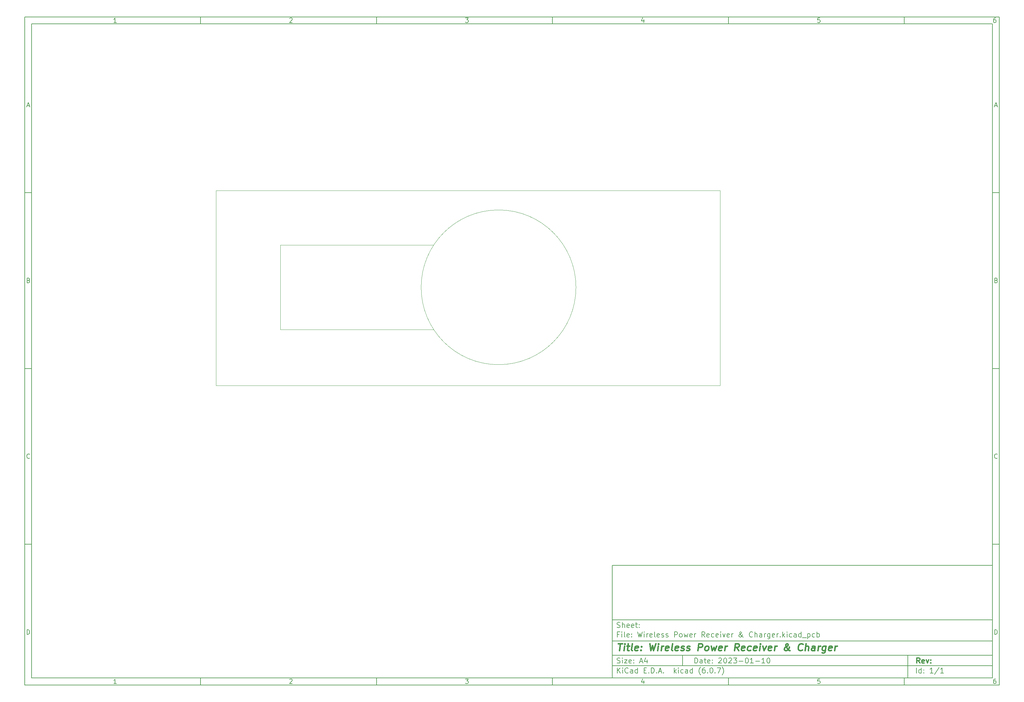
<source format=gbr>
%TF.GenerationSoftware,KiCad,Pcbnew,(6.0.7)*%
%TF.CreationDate,2023-01-12T19:29:26+03:00*%
%TF.ProjectId,Wireless Power Receiver & Charger,57697265-6c65-4737-9320-506f77657220,rev?*%
%TF.SameCoordinates,Original*%
%TF.FileFunction,Other,User*%
%FSLAX46Y46*%
G04 Gerber Fmt 4.6, Leading zero omitted, Abs format (unit mm)*
G04 Created by KiCad (PCBNEW (6.0.7)) date 2023-01-12 19:29:26*
%MOMM*%
%LPD*%
G01*
G04 APERTURE LIST*
%ADD10C,0.100000*%
%ADD11C,0.150000*%
%ADD12C,0.300000*%
%ADD13C,0.400000*%
%TA.AperFunction,Profile*%
%ADD14C,0.100000*%
%TD*%
%ADD15C,0.120000*%
G04 APERTURE END LIST*
D10*
D11*
X177002200Y-166007200D02*
X177002200Y-198007200D01*
X285002200Y-198007200D01*
X285002200Y-166007200D01*
X177002200Y-166007200D01*
D10*
D11*
X10000000Y-10000000D02*
X10000000Y-200007200D01*
X287002200Y-200007200D01*
X287002200Y-10000000D01*
X10000000Y-10000000D01*
D10*
D11*
X12000000Y-12000000D02*
X12000000Y-198007200D01*
X285002200Y-198007200D01*
X285002200Y-12000000D01*
X12000000Y-12000000D01*
D10*
D11*
X60000000Y-12000000D02*
X60000000Y-10000000D01*
D10*
D11*
X110000000Y-12000000D02*
X110000000Y-10000000D01*
D10*
D11*
X160000000Y-12000000D02*
X160000000Y-10000000D01*
D10*
D11*
X210000000Y-12000000D02*
X210000000Y-10000000D01*
D10*
D11*
X260000000Y-12000000D02*
X260000000Y-10000000D01*
D10*
D11*
X36065476Y-11588095D02*
X35322619Y-11588095D01*
X35694047Y-11588095D02*
X35694047Y-10288095D01*
X35570238Y-10473809D01*
X35446428Y-10597619D01*
X35322619Y-10659523D01*
D10*
D11*
X85322619Y-10411904D02*
X85384523Y-10350000D01*
X85508333Y-10288095D01*
X85817857Y-10288095D01*
X85941666Y-10350000D01*
X86003571Y-10411904D01*
X86065476Y-10535714D01*
X86065476Y-10659523D01*
X86003571Y-10845238D01*
X85260714Y-11588095D01*
X86065476Y-11588095D01*
D10*
D11*
X135260714Y-10288095D02*
X136065476Y-10288095D01*
X135632142Y-10783333D01*
X135817857Y-10783333D01*
X135941666Y-10845238D01*
X136003571Y-10907142D01*
X136065476Y-11030952D01*
X136065476Y-11340476D01*
X136003571Y-11464285D01*
X135941666Y-11526190D01*
X135817857Y-11588095D01*
X135446428Y-11588095D01*
X135322619Y-11526190D01*
X135260714Y-11464285D01*
D10*
D11*
X185941666Y-10721428D02*
X185941666Y-11588095D01*
X185632142Y-10226190D02*
X185322619Y-11154761D01*
X186127380Y-11154761D01*
D10*
D11*
X236003571Y-10288095D02*
X235384523Y-10288095D01*
X235322619Y-10907142D01*
X235384523Y-10845238D01*
X235508333Y-10783333D01*
X235817857Y-10783333D01*
X235941666Y-10845238D01*
X236003571Y-10907142D01*
X236065476Y-11030952D01*
X236065476Y-11340476D01*
X236003571Y-11464285D01*
X235941666Y-11526190D01*
X235817857Y-11588095D01*
X235508333Y-11588095D01*
X235384523Y-11526190D01*
X235322619Y-11464285D01*
D10*
D11*
X285941666Y-10288095D02*
X285694047Y-10288095D01*
X285570238Y-10350000D01*
X285508333Y-10411904D01*
X285384523Y-10597619D01*
X285322619Y-10845238D01*
X285322619Y-11340476D01*
X285384523Y-11464285D01*
X285446428Y-11526190D01*
X285570238Y-11588095D01*
X285817857Y-11588095D01*
X285941666Y-11526190D01*
X286003571Y-11464285D01*
X286065476Y-11340476D01*
X286065476Y-11030952D01*
X286003571Y-10907142D01*
X285941666Y-10845238D01*
X285817857Y-10783333D01*
X285570238Y-10783333D01*
X285446428Y-10845238D01*
X285384523Y-10907142D01*
X285322619Y-11030952D01*
D10*
D11*
X60000000Y-198007200D02*
X60000000Y-200007200D01*
D10*
D11*
X110000000Y-198007200D02*
X110000000Y-200007200D01*
D10*
D11*
X160000000Y-198007200D02*
X160000000Y-200007200D01*
D10*
D11*
X210000000Y-198007200D02*
X210000000Y-200007200D01*
D10*
D11*
X260000000Y-198007200D02*
X260000000Y-200007200D01*
D10*
D11*
X36065476Y-199595295D02*
X35322619Y-199595295D01*
X35694047Y-199595295D02*
X35694047Y-198295295D01*
X35570238Y-198481009D01*
X35446428Y-198604819D01*
X35322619Y-198666723D01*
D10*
D11*
X85322619Y-198419104D02*
X85384523Y-198357200D01*
X85508333Y-198295295D01*
X85817857Y-198295295D01*
X85941666Y-198357200D01*
X86003571Y-198419104D01*
X86065476Y-198542914D01*
X86065476Y-198666723D01*
X86003571Y-198852438D01*
X85260714Y-199595295D01*
X86065476Y-199595295D01*
D10*
D11*
X135260714Y-198295295D02*
X136065476Y-198295295D01*
X135632142Y-198790533D01*
X135817857Y-198790533D01*
X135941666Y-198852438D01*
X136003571Y-198914342D01*
X136065476Y-199038152D01*
X136065476Y-199347676D01*
X136003571Y-199471485D01*
X135941666Y-199533390D01*
X135817857Y-199595295D01*
X135446428Y-199595295D01*
X135322619Y-199533390D01*
X135260714Y-199471485D01*
D10*
D11*
X185941666Y-198728628D02*
X185941666Y-199595295D01*
X185632142Y-198233390D02*
X185322619Y-199161961D01*
X186127380Y-199161961D01*
D10*
D11*
X236003571Y-198295295D02*
X235384523Y-198295295D01*
X235322619Y-198914342D01*
X235384523Y-198852438D01*
X235508333Y-198790533D01*
X235817857Y-198790533D01*
X235941666Y-198852438D01*
X236003571Y-198914342D01*
X236065476Y-199038152D01*
X236065476Y-199347676D01*
X236003571Y-199471485D01*
X235941666Y-199533390D01*
X235817857Y-199595295D01*
X235508333Y-199595295D01*
X235384523Y-199533390D01*
X235322619Y-199471485D01*
D10*
D11*
X285941666Y-198295295D02*
X285694047Y-198295295D01*
X285570238Y-198357200D01*
X285508333Y-198419104D01*
X285384523Y-198604819D01*
X285322619Y-198852438D01*
X285322619Y-199347676D01*
X285384523Y-199471485D01*
X285446428Y-199533390D01*
X285570238Y-199595295D01*
X285817857Y-199595295D01*
X285941666Y-199533390D01*
X286003571Y-199471485D01*
X286065476Y-199347676D01*
X286065476Y-199038152D01*
X286003571Y-198914342D01*
X285941666Y-198852438D01*
X285817857Y-198790533D01*
X285570238Y-198790533D01*
X285446428Y-198852438D01*
X285384523Y-198914342D01*
X285322619Y-199038152D01*
D10*
D11*
X10000000Y-60000000D02*
X12000000Y-60000000D01*
D10*
D11*
X10000000Y-110000000D02*
X12000000Y-110000000D01*
D10*
D11*
X10000000Y-160000000D02*
X12000000Y-160000000D01*
D10*
D11*
X10690476Y-35216666D02*
X11309523Y-35216666D01*
X10566666Y-35588095D02*
X11000000Y-34288095D01*
X11433333Y-35588095D01*
D10*
D11*
X11092857Y-84907142D02*
X11278571Y-84969047D01*
X11340476Y-85030952D01*
X11402380Y-85154761D01*
X11402380Y-85340476D01*
X11340476Y-85464285D01*
X11278571Y-85526190D01*
X11154761Y-85588095D01*
X10659523Y-85588095D01*
X10659523Y-84288095D01*
X11092857Y-84288095D01*
X11216666Y-84350000D01*
X11278571Y-84411904D01*
X11340476Y-84535714D01*
X11340476Y-84659523D01*
X11278571Y-84783333D01*
X11216666Y-84845238D01*
X11092857Y-84907142D01*
X10659523Y-84907142D01*
D10*
D11*
X11402380Y-135464285D02*
X11340476Y-135526190D01*
X11154761Y-135588095D01*
X11030952Y-135588095D01*
X10845238Y-135526190D01*
X10721428Y-135402380D01*
X10659523Y-135278571D01*
X10597619Y-135030952D01*
X10597619Y-134845238D01*
X10659523Y-134597619D01*
X10721428Y-134473809D01*
X10845238Y-134350000D01*
X11030952Y-134288095D01*
X11154761Y-134288095D01*
X11340476Y-134350000D01*
X11402380Y-134411904D01*
D10*
D11*
X10659523Y-185588095D02*
X10659523Y-184288095D01*
X10969047Y-184288095D01*
X11154761Y-184350000D01*
X11278571Y-184473809D01*
X11340476Y-184597619D01*
X11402380Y-184845238D01*
X11402380Y-185030952D01*
X11340476Y-185278571D01*
X11278571Y-185402380D01*
X11154761Y-185526190D01*
X10969047Y-185588095D01*
X10659523Y-185588095D01*
D10*
D11*
X287002200Y-60000000D02*
X285002200Y-60000000D01*
D10*
D11*
X287002200Y-110000000D02*
X285002200Y-110000000D01*
D10*
D11*
X287002200Y-160000000D02*
X285002200Y-160000000D01*
D10*
D11*
X285692676Y-35216666D02*
X286311723Y-35216666D01*
X285568866Y-35588095D02*
X286002200Y-34288095D01*
X286435533Y-35588095D01*
D10*
D11*
X286095057Y-84907142D02*
X286280771Y-84969047D01*
X286342676Y-85030952D01*
X286404580Y-85154761D01*
X286404580Y-85340476D01*
X286342676Y-85464285D01*
X286280771Y-85526190D01*
X286156961Y-85588095D01*
X285661723Y-85588095D01*
X285661723Y-84288095D01*
X286095057Y-84288095D01*
X286218866Y-84350000D01*
X286280771Y-84411904D01*
X286342676Y-84535714D01*
X286342676Y-84659523D01*
X286280771Y-84783333D01*
X286218866Y-84845238D01*
X286095057Y-84907142D01*
X285661723Y-84907142D01*
D10*
D11*
X286404580Y-135464285D02*
X286342676Y-135526190D01*
X286156961Y-135588095D01*
X286033152Y-135588095D01*
X285847438Y-135526190D01*
X285723628Y-135402380D01*
X285661723Y-135278571D01*
X285599819Y-135030952D01*
X285599819Y-134845238D01*
X285661723Y-134597619D01*
X285723628Y-134473809D01*
X285847438Y-134350000D01*
X286033152Y-134288095D01*
X286156961Y-134288095D01*
X286342676Y-134350000D01*
X286404580Y-134411904D01*
D10*
D11*
X285661723Y-185588095D02*
X285661723Y-184288095D01*
X285971247Y-184288095D01*
X286156961Y-184350000D01*
X286280771Y-184473809D01*
X286342676Y-184597619D01*
X286404580Y-184845238D01*
X286404580Y-185030952D01*
X286342676Y-185278571D01*
X286280771Y-185402380D01*
X286156961Y-185526190D01*
X285971247Y-185588095D01*
X285661723Y-185588095D01*
D10*
D11*
X200434342Y-193785771D02*
X200434342Y-192285771D01*
X200791485Y-192285771D01*
X201005771Y-192357200D01*
X201148628Y-192500057D01*
X201220057Y-192642914D01*
X201291485Y-192928628D01*
X201291485Y-193142914D01*
X201220057Y-193428628D01*
X201148628Y-193571485D01*
X201005771Y-193714342D01*
X200791485Y-193785771D01*
X200434342Y-193785771D01*
X202577200Y-193785771D02*
X202577200Y-193000057D01*
X202505771Y-192857200D01*
X202362914Y-192785771D01*
X202077200Y-192785771D01*
X201934342Y-192857200D01*
X202577200Y-193714342D02*
X202434342Y-193785771D01*
X202077200Y-193785771D01*
X201934342Y-193714342D01*
X201862914Y-193571485D01*
X201862914Y-193428628D01*
X201934342Y-193285771D01*
X202077200Y-193214342D01*
X202434342Y-193214342D01*
X202577200Y-193142914D01*
X203077200Y-192785771D02*
X203648628Y-192785771D01*
X203291485Y-192285771D02*
X203291485Y-193571485D01*
X203362914Y-193714342D01*
X203505771Y-193785771D01*
X203648628Y-193785771D01*
X204720057Y-193714342D02*
X204577200Y-193785771D01*
X204291485Y-193785771D01*
X204148628Y-193714342D01*
X204077200Y-193571485D01*
X204077200Y-193000057D01*
X204148628Y-192857200D01*
X204291485Y-192785771D01*
X204577200Y-192785771D01*
X204720057Y-192857200D01*
X204791485Y-193000057D01*
X204791485Y-193142914D01*
X204077200Y-193285771D01*
X205434342Y-193642914D02*
X205505771Y-193714342D01*
X205434342Y-193785771D01*
X205362914Y-193714342D01*
X205434342Y-193642914D01*
X205434342Y-193785771D01*
X205434342Y-192857200D02*
X205505771Y-192928628D01*
X205434342Y-193000057D01*
X205362914Y-192928628D01*
X205434342Y-192857200D01*
X205434342Y-193000057D01*
X207220057Y-192428628D02*
X207291485Y-192357200D01*
X207434342Y-192285771D01*
X207791485Y-192285771D01*
X207934342Y-192357200D01*
X208005771Y-192428628D01*
X208077200Y-192571485D01*
X208077200Y-192714342D01*
X208005771Y-192928628D01*
X207148628Y-193785771D01*
X208077200Y-193785771D01*
X209005771Y-192285771D02*
X209148628Y-192285771D01*
X209291485Y-192357200D01*
X209362914Y-192428628D01*
X209434342Y-192571485D01*
X209505771Y-192857200D01*
X209505771Y-193214342D01*
X209434342Y-193500057D01*
X209362914Y-193642914D01*
X209291485Y-193714342D01*
X209148628Y-193785771D01*
X209005771Y-193785771D01*
X208862914Y-193714342D01*
X208791485Y-193642914D01*
X208720057Y-193500057D01*
X208648628Y-193214342D01*
X208648628Y-192857200D01*
X208720057Y-192571485D01*
X208791485Y-192428628D01*
X208862914Y-192357200D01*
X209005771Y-192285771D01*
X210077200Y-192428628D02*
X210148628Y-192357200D01*
X210291485Y-192285771D01*
X210648628Y-192285771D01*
X210791485Y-192357200D01*
X210862914Y-192428628D01*
X210934342Y-192571485D01*
X210934342Y-192714342D01*
X210862914Y-192928628D01*
X210005771Y-193785771D01*
X210934342Y-193785771D01*
X211434342Y-192285771D02*
X212362914Y-192285771D01*
X211862914Y-192857200D01*
X212077200Y-192857200D01*
X212220057Y-192928628D01*
X212291485Y-193000057D01*
X212362914Y-193142914D01*
X212362914Y-193500057D01*
X212291485Y-193642914D01*
X212220057Y-193714342D01*
X212077200Y-193785771D01*
X211648628Y-193785771D01*
X211505771Y-193714342D01*
X211434342Y-193642914D01*
X213005771Y-193214342D02*
X214148628Y-193214342D01*
X215148628Y-192285771D02*
X215291485Y-192285771D01*
X215434342Y-192357200D01*
X215505771Y-192428628D01*
X215577200Y-192571485D01*
X215648628Y-192857200D01*
X215648628Y-193214342D01*
X215577200Y-193500057D01*
X215505771Y-193642914D01*
X215434342Y-193714342D01*
X215291485Y-193785771D01*
X215148628Y-193785771D01*
X215005771Y-193714342D01*
X214934342Y-193642914D01*
X214862914Y-193500057D01*
X214791485Y-193214342D01*
X214791485Y-192857200D01*
X214862914Y-192571485D01*
X214934342Y-192428628D01*
X215005771Y-192357200D01*
X215148628Y-192285771D01*
X217077200Y-193785771D02*
X216220057Y-193785771D01*
X216648628Y-193785771D02*
X216648628Y-192285771D01*
X216505771Y-192500057D01*
X216362914Y-192642914D01*
X216220057Y-192714342D01*
X217720057Y-193214342D02*
X218862914Y-193214342D01*
X220362914Y-193785771D02*
X219505771Y-193785771D01*
X219934342Y-193785771D02*
X219934342Y-192285771D01*
X219791485Y-192500057D01*
X219648628Y-192642914D01*
X219505771Y-192714342D01*
X221291485Y-192285771D02*
X221434342Y-192285771D01*
X221577200Y-192357200D01*
X221648628Y-192428628D01*
X221720057Y-192571485D01*
X221791485Y-192857200D01*
X221791485Y-193214342D01*
X221720057Y-193500057D01*
X221648628Y-193642914D01*
X221577200Y-193714342D01*
X221434342Y-193785771D01*
X221291485Y-193785771D01*
X221148628Y-193714342D01*
X221077200Y-193642914D01*
X221005771Y-193500057D01*
X220934342Y-193214342D01*
X220934342Y-192857200D01*
X221005771Y-192571485D01*
X221077200Y-192428628D01*
X221148628Y-192357200D01*
X221291485Y-192285771D01*
D10*
D11*
X177002200Y-194507200D02*
X285002200Y-194507200D01*
D10*
D11*
X178434342Y-196585771D02*
X178434342Y-195085771D01*
X179291485Y-196585771D02*
X178648628Y-195728628D01*
X179291485Y-195085771D02*
X178434342Y-195942914D01*
X179934342Y-196585771D02*
X179934342Y-195585771D01*
X179934342Y-195085771D02*
X179862914Y-195157200D01*
X179934342Y-195228628D01*
X180005771Y-195157200D01*
X179934342Y-195085771D01*
X179934342Y-195228628D01*
X181505771Y-196442914D02*
X181434342Y-196514342D01*
X181220057Y-196585771D01*
X181077200Y-196585771D01*
X180862914Y-196514342D01*
X180720057Y-196371485D01*
X180648628Y-196228628D01*
X180577200Y-195942914D01*
X180577200Y-195728628D01*
X180648628Y-195442914D01*
X180720057Y-195300057D01*
X180862914Y-195157200D01*
X181077200Y-195085771D01*
X181220057Y-195085771D01*
X181434342Y-195157200D01*
X181505771Y-195228628D01*
X182791485Y-196585771D02*
X182791485Y-195800057D01*
X182720057Y-195657200D01*
X182577200Y-195585771D01*
X182291485Y-195585771D01*
X182148628Y-195657200D01*
X182791485Y-196514342D02*
X182648628Y-196585771D01*
X182291485Y-196585771D01*
X182148628Y-196514342D01*
X182077200Y-196371485D01*
X182077200Y-196228628D01*
X182148628Y-196085771D01*
X182291485Y-196014342D01*
X182648628Y-196014342D01*
X182791485Y-195942914D01*
X184148628Y-196585771D02*
X184148628Y-195085771D01*
X184148628Y-196514342D02*
X184005771Y-196585771D01*
X183720057Y-196585771D01*
X183577200Y-196514342D01*
X183505771Y-196442914D01*
X183434342Y-196300057D01*
X183434342Y-195871485D01*
X183505771Y-195728628D01*
X183577200Y-195657200D01*
X183720057Y-195585771D01*
X184005771Y-195585771D01*
X184148628Y-195657200D01*
X186005771Y-195800057D02*
X186505771Y-195800057D01*
X186720057Y-196585771D02*
X186005771Y-196585771D01*
X186005771Y-195085771D01*
X186720057Y-195085771D01*
X187362914Y-196442914D02*
X187434342Y-196514342D01*
X187362914Y-196585771D01*
X187291485Y-196514342D01*
X187362914Y-196442914D01*
X187362914Y-196585771D01*
X188077200Y-196585771D02*
X188077200Y-195085771D01*
X188434342Y-195085771D01*
X188648628Y-195157200D01*
X188791485Y-195300057D01*
X188862914Y-195442914D01*
X188934342Y-195728628D01*
X188934342Y-195942914D01*
X188862914Y-196228628D01*
X188791485Y-196371485D01*
X188648628Y-196514342D01*
X188434342Y-196585771D01*
X188077200Y-196585771D01*
X189577200Y-196442914D02*
X189648628Y-196514342D01*
X189577200Y-196585771D01*
X189505771Y-196514342D01*
X189577200Y-196442914D01*
X189577200Y-196585771D01*
X190220057Y-196157200D02*
X190934342Y-196157200D01*
X190077200Y-196585771D02*
X190577200Y-195085771D01*
X191077200Y-196585771D01*
X191577200Y-196442914D02*
X191648628Y-196514342D01*
X191577200Y-196585771D01*
X191505771Y-196514342D01*
X191577200Y-196442914D01*
X191577200Y-196585771D01*
X194577200Y-196585771D02*
X194577200Y-195085771D01*
X194720057Y-196014342D02*
X195148628Y-196585771D01*
X195148628Y-195585771D02*
X194577200Y-196157200D01*
X195791485Y-196585771D02*
X195791485Y-195585771D01*
X195791485Y-195085771D02*
X195720057Y-195157200D01*
X195791485Y-195228628D01*
X195862914Y-195157200D01*
X195791485Y-195085771D01*
X195791485Y-195228628D01*
X197148628Y-196514342D02*
X197005771Y-196585771D01*
X196720057Y-196585771D01*
X196577200Y-196514342D01*
X196505771Y-196442914D01*
X196434342Y-196300057D01*
X196434342Y-195871485D01*
X196505771Y-195728628D01*
X196577200Y-195657200D01*
X196720057Y-195585771D01*
X197005771Y-195585771D01*
X197148628Y-195657200D01*
X198434342Y-196585771D02*
X198434342Y-195800057D01*
X198362914Y-195657200D01*
X198220057Y-195585771D01*
X197934342Y-195585771D01*
X197791485Y-195657200D01*
X198434342Y-196514342D02*
X198291485Y-196585771D01*
X197934342Y-196585771D01*
X197791485Y-196514342D01*
X197720057Y-196371485D01*
X197720057Y-196228628D01*
X197791485Y-196085771D01*
X197934342Y-196014342D01*
X198291485Y-196014342D01*
X198434342Y-195942914D01*
X199791485Y-196585771D02*
X199791485Y-195085771D01*
X199791485Y-196514342D02*
X199648628Y-196585771D01*
X199362914Y-196585771D01*
X199220057Y-196514342D01*
X199148628Y-196442914D01*
X199077200Y-196300057D01*
X199077200Y-195871485D01*
X199148628Y-195728628D01*
X199220057Y-195657200D01*
X199362914Y-195585771D01*
X199648628Y-195585771D01*
X199791485Y-195657200D01*
X202077200Y-197157200D02*
X202005771Y-197085771D01*
X201862914Y-196871485D01*
X201791485Y-196728628D01*
X201720057Y-196514342D01*
X201648628Y-196157200D01*
X201648628Y-195871485D01*
X201720057Y-195514342D01*
X201791485Y-195300057D01*
X201862914Y-195157200D01*
X202005771Y-194942914D01*
X202077200Y-194871485D01*
X203291485Y-195085771D02*
X203005771Y-195085771D01*
X202862914Y-195157200D01*
X202791485Y-195228628D01*
X202648628Y-195442914D01*
X202577200Y-195728628D01*
X202577200Y-196300057D01*
X202648628Y-196442914D01*
X202720057Y-196514342D01*
X202862914Y-196585771D01*
X203148628Y-196585771D01*
X203291485Y-196514342D01*
X203362914Y-196442914D01*
X203434342Y-196300057D01*
X203434342Y-195942914D01*
X203362914Y-195800057D01*
X203291485Y-195728628D01*
X203148628Y-195657200D01*
X202862914Y-195657200D01*
X202720057Y-195728628D01*
X202648628Y-195800057D01*
X202577200Y-195942914D01*
X204077200Y-196442914D02*
X204148628Y-196514342D01*
X204077200Y-196585771D01*
X204005771Y-196514342D01*
X204077200Y-196442914D01*
X204077200Y-196585771D01*
X205077200Y-195085771D02*
X205220057Y-195085771D01*
X205362914Y-195157200D01*
X205434342Y-195228628D01*
X205505771Y-195371485D01*
X205577200Y-195657200D01*
X205577200Y-196014342D01*
X205505771Y-196300057D01*
X205434342Y-196442914D01*
X205362914Y-196514342D01*
X205220057Y-196585771D01*
X205077200Y-196585771D01*
X204934342Y-196514342D01*
X204862914Y-196442914D01*
X204791485Y-196300057D01*
X204720057Y-196014342D01*
X204720057Y-195657200D01*
X204791485Y-195371485D01*
X204862914Y-195228628D01*
X204934342Y-195157200D01*
X205077200Y-195085771D01*
X206220057Y-196442914D02*
X206291485Y-196514342D01*
X206220057Y-196585771D01*
X206148628Y-196514342D01*
X206220057Y-196442914D01*
X206220057Y-196585771D01*
X206791485Y-195085771D02*
X207791485Y-195085771D01*
X207148628Y-196585771D01*
X208220057Y-197157200D02*
X208291485Y-197085771D01*
X208434342Y-196871485D01*
X208505771Y-196728628D01*
X208577200Y-196514342D01*
X208648628Y-196157200D01*
X208648628Y-195871485D01*
X208577200Y-195514342D01*
X208505771Y-195300057D01*
X208434342Y-195157200D01*
X208291485Y-194942914D01*
X208220057Y-194871485D01*
D10*
D11*
X177002200Y-191507200D02*
X285002200Y-191507200D01*
D10*
D12*
X264411485Y-193785771D02*
X263911485Y-193071485D01*
X263554342Y-193785771D02*
X263554342Y-192285771D01*
X264125771Y-192285771D01*
X264268628Y-192357200D01*
X264340057Y-192428628D01*
X264411485Y-192571485D01*
X264411485Y-192785771D01*
X264340057Y-192928628D01*
X264268628Y-193000057D01*
X264125771Y-193071485D01*
X263554342Y-193071485D01*
X265625771Y-193714342D02*
X265482914Y-193785771D01*
X265197200Y-193785771D01*
X265054342Y-193714342D01*
X264982914Y-193571485D01*
X264982914Y-193000057D01*
X265054342Y-192857200D01*
X265197200Y-192785771D01*
X265482914Y-192785771D01*
X265625771Y-192857200D01*
X265697200Y-193000057D01*
X265697200Y-193142914D01*
X264982914Y-193285771D01*
X266197200Y-192785771D02*
X266554342Y-193785771D01*
X266911485Y-192785771D01*
X267482914Y-193642914D02*
X267554342Y-193714342D01*
X267482914Y-193785771D01*
X267411485Y-193714342D01*
X267482914Y-193642914D01*
X267482914Y-193785771D01*
X267482914Y-192857200D02*
X267554342Y-192928628D01*
X267482914Y-193000057D01*
X267411485Y-192928628D01*
X267482914Y-192857200D01*
X267482914Y-193000057D01*
D10*
D11*
X178362914Y-193714342D02*
X178577200Y-193785771D01*
X178934342Y-193785771D01*
X179077200Y-193714342D01*
X179148628Y-193642914D01*
X179220057Y-193500057D01*
X179220057Y-193357200D01*
X179148628Y-193214342D01*
X179077200Y-193142914D01*
X178934342Y-193071485D01*
X178648628Y-193000057D01*
X178505771Y-192928628D01*
X178434342Y-192857200D01*
X178362914Y-192714342D01*
X178362914Y-192571485D01*
X178434342Y-192428628D01*
X178505771Y-192357200D01*
X178648628Y-192285771D01*
X179005771Y-192285771D01*
X179220057Y-192357200D01*
X179862914Y-193785771D02*
X179862914Y-192785771D01*
X179862914Y-192285771D02*
X179791485Y-192357200D01*
X179862914Y-192428628D01*
X179934342Y-192357200D01*
X179862914Y-192285771D01*
X179862914Y-192428628D01*
X180434342Y-192785771D02*
X181220057Y-192785771D01*
X180434342Y-193785771D01*
X181220057Y-193785771D01*
X182362914Y-193714342D02*
X182220057Y-193785771D01*
X181934342Y-193785771D01*
X181791485Y-193714342D01*
X181720057Y-193571485D01*
X181720057Y-193000057D01*
X181791485Y-192857200D01*
X181934342Y-192785771D01*
X182220057Y-192785771D01*
X182362914Y-192857200D01*
X182434342Y-193000057D01*
X182434342Y-193142914D01*
X181720057Y-193285771D01*
X183077200Y-193642914D02*
X183148628Y-193714342D01*
X183077200Y-193785771D01*
X183005771Y-193714342D01*
X183077200Y-193642914D01*
X183077200Y-193785771D01*
X183077200Y-192857200D02*
X183148628Y-192928628D01*
X183077200Y-193000057D01*
X183005771Y-192928628D01*
X183077200Y-192857200D01*
X183077200Y-193000057D01*
X184862914Y-193357200D02*
X185577200Y-193357200D01*
X184720057Y-193785771D02*
X185220057Y-192285771D01*
X185720057Y-193785771D01*
X186862914Y-192785771D02*
X186862914Y-193785771D01*
X186505771Y-192214342D02*
X186148628Y-193285771D01*
X187077200Y-193285771D01*
D10*
D11*
X263434342Y-196585771D02*
X263434342Y-195085771D01*
X264791485Y-196585771D02*
X264791485Y-195085771D01*
X264791485Y-196514342D02*
X264648628Y-196585771D01*
X264362914Y-196585771D01*
X264220057Y-196514342D01*
X264148628Y-196442914D01*
X264077200Y-196300057D01*
X264077200Y-195871485D01*
X264148628Y-195728628D01*
X264220057Y-195657200D01*
X264362914Y-195585771D01*
X264648628Y-195585771D01*
X264791485Y-195657200D01*
X265505771Y-196442914D02*
X265577200Y-196514342D01*
X265505771Y-196585771D01*
X265434342Y-196514342D01*
X265505771Y-196442914D01*
X265505771Y-196585771D01*
X265505771Y-195657200D02*
X265577200Y-195728628D01*
X265505771Y-195800057D01*
X265434342Y-195728628D01*
X265505771Y-195657200D01*
X265505771Y-195800057D01*
X268148628Y-196585771D02*
X267291485Y-196585771D01*
X267720057Y-196585771D02*
X267720057Y-195085771D01*
X267577200Y-195300057D01*
X267434342Y-195442914D01*
X267291485Y-195514342D01*
X269862914Y-195014342D02*
X268577200Y-196942914D01*
X271148628Y-196585771D02*
X270291485Y-196585771D01*
X270720057Y-196585771D02*
X270720057Y-195085771D01*
X270577200Y-195300057D01*
X270434342Y-195442914D01*
X270291485Y-195514342D01*
D10*
D11*
X177002200Y-187507200D02*
X285002200Y-187507200D01*
D10*
D13*
X178714580Y-188211961D02*
X179857438Y-188211961D01*
X179036009Y-190211961D02*
X179286009Y-188211961D01*
X180274104Y-190211961D02*
X180440771Y-188878628D01*
X180524104Y-188211961D02*
X180416961Y-188307200D01*
X180500295Y-188402438D01*
X180607438Y-188307200D01*
X180524104Y-188211961D01*
X180500295Y-188402438D01*
X181107438Y-188878628D02*
X181869342Y-188878628D01*
X181476485Y-188211961D02*
X181262200Y-189926247D01*
X181333628Y-190116723D01*
X181512200Y-190211961D01*
X181702676Y-190211961D01*
X182655057Y-190211961D02*
X182476485Y-190116723D01*
X182405057Y-189926247D01*
X182619342Y-188211961D01*
X184190771Y-190116723D02*
X183988390Y-190211961D01*
X183607438Y-190211961D01*
X183428866Y-190116723D01*
X183357438Y-189926247D01*
X183452676Y-189164342D01*
X183571723Y-188973866D01*
X183774104Y-188878628D01*
X184155057Y-188878628D01*
X184333628Y-188973866D01*
X184405057Y-189164342D01*
X184381247Y-189354819D01*
X183405057Y-189545295D01*
X185155057Y-190021485D02*
X185238390Y-190116723D01*
X185131247Y-190211961D01*
X185047914Y-190116723D01*
X185155057Y-190021485D01*
X185131247Y-190211961D01*
X185286009Y-188973866D02*
X185369342Y-189069104D01*
X185262200Y-189164342D01*
X185178866Y-189069104D01*
X185286009Y-188973866D01*
X185262200Y-189164342D01*
X187666961Y-188211961D02*
X187893152Y-190211961D01*
X188452676Y-188783390D01*
X188655057Y-190211961D01*
X189381247Y-188211961D01*
X189893152Y-190211961D02*
X190059819Y-188878628D01*
X190143152Y-188211961D02*
X190036009Y-188307200D01*
X190119342Y-188402438D01*
X190226485Y-188307200D01*
X190143152Y-188211961D01*
X190119342Y-188402438D01*
X190845533Y-190211961D02*
X191012200Y-188878628D01*
X190964580Y-189259580D02*
X191083628Y-189069104D01*
X191190771Y-188973866D01*
X191393152Y-188878628D01*
X191583628Y-188878628D01*
X192857438Y-190116723D02*
X192655057Y-190211961D01*
X192274104Y-190211961D01*
X192095533Y-190116723D01*
X192024104Y-189926247D01*
X192119342Y-189164342D01*
X192238390Y-188973866D01*
X192440771Y-188878628D01*
X192821723Y-188878628D01*
X193000295Y-188973866D01*
X193071723Y-189164342D01*
X193047914Y-189354819D01*
X192071723Y-189545295D01*
X194083628Y-190211961D02*
X193905057Y-190116723D01*
X193833628Y-189926247D01*
X194047914Y-188211961D01*
X195619342Y-190116723D02*
X195416961Y-190211961D01*
X195036009Y-190211961D01*
X194857438Y-190116723D01*
X194786009Y-189926247D01*
X194881247Y-189164342D01*
X195000295Y-188973866D01*
X195202676Y-188878628D01*
X195583628Y-188878628D01*
X195762200Y-188973866D01*
X195833628Y-189164342D01*
X195809819Y-189354819D01*
X194833628Y-189545295D01*
X196476485Y-190116723D02*
X196655057Y-190211961D01*
X197036009Y-190211961D01*
X197238390Y-190116723D01*
X197357438Y-189926247D01*
X197369342Y-189831009D01*
X197297914Y-189640533D01*
X197119342Y-189545295D01*
X196833628Y-189545295D01*
X196655057Y-189450057D01*
X196583628Y-189259580D01*
X196595533Y-189164342D01*
X196714580Y-188973866D01*
X196916961Y-188878628D01*
X197202676Y-188878628D01*
X197381247Y-188973866D01*
X198095533Y-190116723D02*
X198274104Y-190211961D01*
X198655057Y-190211961D01*
X198857438Y-190116723D01*
X198976485Y-189926247D01*
X198988390Y-189831009D01*
X198916961Y-189640533D01*
X198738390Y-189545295D01*
X198452676Y-189545295D01*
X198274104Y-189450057D01*
X198202676Y-189259580D01*
X198214580Y-189164342D01*
X198333628Y-188973866D01*
X198536009Y-188878628D01*
X198821723Y-188878628D01*
X199000295Y-188973866D01*
X201321723Y-190211961D02*
X201571723Y-188211961D01*
X202333628Y-188211961D01*
X202512200Y-188307200D01*
X202595533Y-188402438D01*
X202666961Y-188592914D01*
X202631247Y-188878628D01*
X202512200Y-189069104D01*
X202405057Y-189164342D01*
X202202676Y-189259580D01*
X201440771Y-189259580D01*
X203607438Y-190211961D02*
X203428866Y-190116723D01*
X203345533Y-190021485D01*
X203274104Y-189831009D01*
X203345533Y-189259580D01*
X203464580Y-189069104D01*
X203571723Y-188973866D01*
X203774104Y-188878628D01*
X204059819Y-188878628D01*
X204238390Y-188973866D01*
X204321723Y-189069104D01*
X204393152Y-189259580D01*
X204321723Y-189831009D01*
X204202676Y-190021485D01*
X204095533Y-190116723D01*
X203893152Y-190211961D01*
X203607438Y-190211961D01*
X205107438Y-188878628D02*
X205321723Y-190211961D01*
X205821723Y-189259580D01*
X206083628Y-190211961D01*
X206631247Y-188878628D01*
X208000295Y-190116723D02*
X207797914Y-190211961D01*
X207416961Y-190211961D01*
X207238390Y-190116723D01*
X207166961Y-189926247D01*
X207262200Y-189164342D01*
X207381247Y-188973866D01*
X207583628Y-188878628D01*
X207964580Y-188878628D01*
X208143152Y-188973866D01*
X208214580Y-189164342D01*
X208190771Y-189354819D01*
X207214580Y-189545295D01*
X208940771Y-190211961D02*
X209107438Y-188878628D01*
X209059819Y-189259580D02*
X209178866Y-189069104D01*
X209286009Y-188973866D01*
X209488390Y-188878628D01*
X209678866Y-188878628D01*
X212845533Y-190211961D02*
X212297914Y-189259580D01*
X211702676Y-190211961D02*
X211952676Y-188211961D01*
X212714580Y-188211961D01*
X212893152Y-188307200D01*
X212976485Y-188402438D01*
X213047914Y-188592914D01*
X213012200Y-188878628D01*
X212893152Y-189069104D01*
X212786009Y-189164342D01*
X212583628Y-189259580D01*
X211821723Y-189259580D01*
X214476485Y-190116723D02*
X214274104Y-190211961D01*
X213893152Y-190211961D01*
X213714580Y-190116723D01*
X213643152Y-189926247D01*
X213738390Y-189164342D01*
X213857438Y-188973866D01*
X214059819Y-188878628D01*
X214440771Y-188878628D01*
X214619342Y-188973866D01*
X214690771Y-189164342D01*
X214666961Y-189354819D01*
X213690771Y-189545295D01*
X216286009Y-190116723D02*
X216083628Y-190211961D01*
X215702676Y-190211961D01*
X215524104Y-190116723D01*
X215440771Y-190021485D01*
X215369342Y-189831009D01*
X215440771Y-189259580D01*
X215559819Y-189069104D01*
X215666961Y-188973866D01*
X215869342Y-188878628D01*
X216250295Y-188878628D01*
X216428866Y-188973866D01*
X217905057Y-190116723D02*
X217702676Y-190211961D01*
X217321723Y-190211961D01*
X217143152Y-190116723D01*
X217071723Y-189926247D01*
X217166961Y-189164342D01*
X217286009Y-188973866D01*
X217488390Y-188878628D01*
X217869342Y-188878628D01*
X218047914Y-188973866D01*
X218119342Y-189164342D01*
X218095533Y-189354819D01*
X217119342Y-189545295D01*
X218845533Y-190211961D02*
X219012200Y-188878628D01*
X219095533Y-188211961D02*
X218988390Y-188307200D01*
X219071723Y-188402438D01*
X219178866Y-188307200D01*
X219095533Y-188211961D01*
X219071723Y-188402438D01*
X219774104Y-188878628D02*
X220083628Y-190211961D01*
X220726485Y-188878628D01*
X222095533Y-190116723D02*
X221893152Y-190211961D01*
X221512200Y-190211961D01*
X221333628Y-190116723D01*
X221262200Y-189926247D01*
X221357438Y-189164342D01*
X221476485Y-188973866D01*
X221678866Y-188878628D01*
X222059819Y-188878628D01*
X222238390Y-188973866D01*
X222309819Y-189164342D01*
X222286009Y-189354819D01*
X221309819Y-189545295D01*
X223036009Y-190211961D02*
X223202676Y-188878628D01*
X223155057Y-189259580D02*
X223274104Y-189069104D01*
X223381247Y-188973866D01*
X223583628Y-188878628D01*
X223774104Y-188878628D01*
X227416961Y-190211961D02*
X227321723Y-190211961D01*
X227143152Y-190116723D01*
X226893152Y-189831009D01*
X226488390Y-189259580D01*
X226333628Y-188973866D01*
X226274104Y-188688152D01*
X226297914Y-188497676D01*
X226416961Y-188307200D01*
X226619342Y-188211961D01*
X226714580Y-188211961D01*
X226893152Y-188307200D01*
X226964580Y-188497676D01*
X226952676Y-188592914D01*
X226833628Y-188783390D01*
X226726485Y-188878628D01*
X226107438Y-189259580D01*
X226000295Y-189354819D01*
X225881247Y-189545295D01*
X225845533Y-189831009D01*
X225916961Y-190021485D01*
X226000295Y-190116723D01*
X226178866Y-190211961D01*
X226464580Y-190211961D01*
X226666961Y-190116723D01*
X226774104Y-190021485D01*
X227107438Y-189640533D01*
X227238390Y-189354819D01*
X227262200Y-189164342D01*
X230964580Y-190021485D02*
X230857438Y-190116723D01*
X230559819Y-190211961D01*
X230369342Y-190211961D01*
X230095533Y-190116723D01*
X229928866Y-189926247D01*
X229857438Y-189735771D01*
X229809819Y-189354819D01*
X229845533Y-189069104D01*
X229988390Y-188688152D01*
X230107438Y-188497676D01*
X230321723Y-188307200D01*
X230619342Y-188211961D01*
X230809819Y-188211961D01*
X231083628Y-188307200D01*
X231166961Y-188402438D01*
X231797914Y-190211961D02*
X232047914Y-188211961D01*
X232655057Y-190211961D02*
X232786009Y-189164342D01*
X232714580Y-188973866D01*
X232536009Y-188878628D01*
X232250295Y-188878628D01*
X232047914Y-188973866D01*
X231940771Y-189069104D01*
X234464580Y-190211961D02*
X234595533Y-189164342D01*
X234524104Y-188973866D01*
X234345533Y-188878628D01*
X233964580Y-188878628D01*
X233762200Y-188973866D01*
X234476485Y-190116723D02*
X234274104Y-190211961D01*
X233797914Y-190211961D01*
X233619342Y-190116723D01*
X233547914Y-189926247D01*
X233571723Y-189735771D01*
X233690771Y-189545295D01*
X233893152Y-189450057D01*
X234369342Y-189450057D01*
X234571723Y-189354819D01*
X235416961Y-190211961D02*
X235583628Y-188878628D01*
X235536009Y-189259580D02*
X235655057Y-189069104D01*
X235762200Y-188973866D01*
X235964580Y-188878628D01*
X236155057Y-188878628D01*
X237678866Y-188878628D02*
X237476485Y-190497676D01*
X237357438Y-190688152D01*
X237250295Y-190783390D01*
X237047914Y-190878628D01*
X236762200Y-190878628D01*
X236583628Y-190783390D01*
X237524104Y-190116723D02*
X237321723Y-190211961D01*
X236940771Y-190211961D01*
X236762200Y-190116723D01*
X236678866Y-190021485D01*
X236607438Y-189831009D01*
X236678866Y-189259580D01*
X236797914Y-189069104D01*
X236905057Y-188973866D01*
X237107438Y-188878628D01*
X237488390Y-188878628D01*
X237666961Y-188973866D01*
X239238390Y-190116723D02*
X239036009Y-190211961D01*
X238655057Y-190211961D01*
X238476485Y-190116723D01*
X238405057Y-189926247D01*
X238500295Y-189164342D01*
X238619342Y-188973866D01*
X238821723Y-188878628D01*
X239202676Y-188878628D01*
X239381247Y-188973866D01*
X239452676Y-189164342D01*
X239428866Y-189354819D01*
X238452676Y-189545295D01*
X240178866Y-190211961D02*
X240345533Y-188878628D01*
X240297914Y-189259580D02*
X240416961Y-189069104D01*
X240524104Y-188973866D01*
X240726485Y-188878628D01*
X240916961Y-188878628D01*
D10*
D11*
X178934342Y-185600057D02*
X178434342Y-185600057D01*
X178434342Y-186385771D02*
X178434342Y-184885771D01*
X179148628Y-184885771D01*
X179720057Y-186385771D02*
X179720057Y-185385771D01*
X179720057Y-184885771D02*
X179648628Y-184957200D01*
X179720057Y-185028628D01*
X179791485Y-184957200D01*
X179720057Y-184885771D01*
X179720057Y-185028628D01*
X180648628Y-186385771D02*
X180505771Y-186314342D01*
X180434342Y-186171485D01*
X180434342Y-184885771D01*
X181791485Y-186314342D02*
X181648628Y-186385771D01*
X181362914Y-186385771D01*
X181220057Y-186314342D01*
X181148628Y-186171485D01*
X181148628Y-185600057D01*
X181220057Y-185457200D01*
X181362914Y-185385771D01*
X181648628Y-185385771D01*
X181791485Y-185457200D01*
X181862914Y-185600057D01*
X181862914Y-185742914D01*
X181148628Y-185885771D01*
X182505771Y-186242914D02*
X182577200Y-186314342D01*
X182505771Y-186385771D01*
X182434342Y-186314342D01*
X182505771Y-186242914D01*
X182505771Y-186385771D01*
X182505771Y-185457200D02*
X182577200Y-185528628D01*
X182505771Y-185600057D01*
X182434342Y-185528628D01*
X182505771Y-185457200D01*
X182505771Y-185600057D01*
X184220057Y-184885771D02*
X184577200Y-186385771D01*
X184862914Y-185314342D01*
X185148628Y-186385771D01*
X185505771Y-184885771D01*
X186077200Y-186385771D02*
X186077200Y-185385771D01*
X186077200Y-184885771D02*
X186005771Y-184957200D01*
X186077200Y-185028628D01*
X186148628Y-184957200D01*
X186077200Y-184885771D01*
X186077200Y-185028628D01*
X186791485Y-186385771D02*
X186791485Y-185385771D01*
X186791485Y-185671485D02*
X186862914Y-185528628D01*
X186934342Y-185457200D01*
X187077200Y-185385771D01*
X187220057Y-185385771D01*
X188291485Y-186314342D02*
X188148628Y-186385771D01*
X187862914Y-186385771D01*
X187720057Y-186314342D01*
X187648628Y-186171485D01*
X187648628Y-185600057D01*
X187720057Y-185457200D01*
X187862914Y-185385771D01*
X188148628Y-185385771D01*
X188291485Y-185457200D01*
X188362914Y-185600057D01*
X188362914Y-185742914D01*
X187648628Y-185885771D01*
X189220057Y-186385771D02*
X189077200Y-186314342D01*
X189005771Y-186171485D01*
X189005771Y-184885771D01*
X190362914Y-186314342D02*
X190220057Y-186385771D01*
X189934342Y-186385771D01*
X189791485Y-186314342D01*
X189720057Y-186171485D01*
X189720057Y-185600057D01*
X189791485Y-185457200D01*
X189934342Y-185385771D01*
X190220057Y-185385771D01*
X190362914Y-185457200D01*
X190434342Y-185600057D01*
X190434342Y-185742914D01*
X189720057Y-185885771D01*
X191005771Y-186314342D02*
X191148628Y-186385771D01*
X191434342Y-186385771D01*
X191577200Y-186314342D01*
X191648628Y-186171485D01*
X191648628Y-186100057D01*
X191577200Y-185957200D01*
X191434342Y-185885771D01*
X191220057Y-185885771D01*
X191077200Y-185814342D01*
X191005771Y-185671485D01*
X191005771Y-185600057D01*
X191077200Y-185457200D01*
X191220057Y-185385771D01*
X191434342Y-185385771D01*
X191577200Y-185457200D01*
X192220057Y-186314342D02*
X192362914Y-186385771D01*
X192648628Y-186385771D01*
X192791485Y-186314342D01*
X192862914Y-186171485D01*
X192862914Y-186100057D01*
X192791485Y-185957200D01*
X192648628Y-185885771D01*
X192434342Y-185885771D01*
X192291485Y-185814342D01*
X192220057Y-185671485D01*
X192220057Y-185600057D01*
X192291485Y-185457200D01*
X192434342Y-185385771D01*
X192648628Y-185385771D01*
X192791485Y-185457200D01*
X194648628Y-186385771D02*
X194648628Y-184885771D01*
X195220057Y-184885771D01*
X195362914Y-184957200D01*
X195434342Y-185028628D01*
X195505771Y-185171485D01*
X195505771Y-185385771D01*
X195434342Y-185528628D01*
X195362914Y-185600057D01*
X195220057Y-185671485D01*
X194648628Y-185671485D01*
X196362914Y-186385771D02*
X196220057Y-186314342D01*
X196148628Y-186242914D01*
X196077200Y-186100057D01*
X196077200Y-185671485D01*
X196148628Y-185528628D01*
X196220057Y-185457200D01*
X196362914Y-185385771D01*
X196577200Y-185385771D01*
X196720057Y-185457200D01*
X196791485Y-185528628D01*
X196862914Y-185671485D01*
X196862914Y-186100057D01*
X196791485Y-186242914D01*
X196720057Y-186314342D01*
X196577200Y-186385771D01*
X196362914Y-186385771D01*
X197362914Y-185385771D02*
X197648628Y-186385771D01*
X197934342Y-185671485D01*
X198220057Y-186385771D01*
X198505771Y-185385771D01*
X199648628Y-186314342D02*
X199505771Y-186385771D01*
X199220057Y-186385771D01*
X199077200Y-186314342D01*
X199005771Y-186171485D01*
X199005771Y-185600057D01*
X199077200Y-185457200D01*
X199220057Y-185385771D01*
X199505771Y-185385771D01*
X199648628Y-185457200D01*
X199720057Y-185600057D01*
X199720057Y-185742914D01*
X199005771Y-185885771D01*
X200362914Y-186385771D02*
X200362914Y-185385771D01*
X200362914Y-185671485D02*
X200434342Y-185528628D01*
X200505771Y-185457200D01*
X200648628Y-185385771D01*
X200791485Y-185385771D01*
X203291485Y-186385771D02*
X202791485Y-185671485D01*
X202434342Y-186385771D02*
X202434342Y-184885771D01*
X203005771Y-184885771D01*
X203148628Y-184957200D01*
X203220057Y-185028628D01*
X203291485Y-185171485D01*
X203291485Y-185385771D01*
X203220057Y-185528628D01*
X203148628Y-185600057D01*
X203005771Y-185671485D01*
X202434342Y-185671485D01*
X204505771Y-186314342D02*
X204362914Y-186385771D01*
X204077200Y-186385771D01*
X203934342Y-186314342D01*
X203862914Y-186171485D01*
X203862914Y-185600057D01*
X203934342Y-185457200D01*
X204077200Y-185385771D01*
X204362914Y-185385771D01*
X204505771Y-185457200D01*
X204577200Y-185600057D01*
X204577200Y-185742914D01*
X203862914Y-185885771D01*
X205862914Y-186314342D02*
X205720057Y-186385771D01*
X205434342Y-186385771D01*
X205291485Y-186314342D01*
X205220057Y-186242914D01*
X205148628Y-186100057D01*
X205148628Y-185671485D01*
X205220057Y-185528628D01*
X205291485Y-185457200D01*
X205434342Y-185385771D01*
X205720057Y-185385771D01*
X205862914Y-185457200D01*
X207077200Y-186314342D02*
X206934342Y-186385771D01*
X206648628Y-186385771D01*
X206505771Y-186314342D01*
X206434342Y-186171485D01*
X206434342Y-185600057D01*
X206505771Y-185457200D01*
X206648628Y-185385771D01*
X206934342Y-185385771D01*
X207077200Y-185457200D01*
X207148628Y-185600057D01*
X207148628Y-185742914D01*
X206434342Y-185885771D01*
X207791485Y-186385771D02*
X207791485Y-185385771D01*
X207791485Y-184885771D02*
X207720057Y-184957200D01*
X207791485Y-185028628D01*
X207862914Y-184957200D01*
X207791485Y-184885771D01*
X207791485Y-185028628D01*
X208362914Y-185385771D02*
X208720057Y-186385771D01*
X209077200Y-185385771D01*
X210220057Y-186314342D02*
X210077200Y-186385771D01*
X209791485Y-186385771D01*
X209648628Y-186314342D01*
X209577200Y-186171485D01*
X209577200Y-185600057D01*
X209648628Y-185457200D01*
X209791485Y-185385771D01*
X210077200Y-185385771D01*
X210220057Y-185457200D01*
X210291485Y-185600057D01*
X210291485Y-185742914D01*
X209577200Y-185885771D01*
X210934342Y-186385771D02*
X210934342Y-185385771D01*
X210934342Y-185671485D02*
X211005771Y-185528628D01*
X211077200Y-185457200D01*
X211220057Y-185385771D01*
X211362914Y-185385771D01*
X214220057Y-186385771D02*
X214148628Y-186385771D01*
X214005771Y-186314342D01*
X213791485Y-186100057D01*
X213434342Y-185671485D01*
X213291485Y-185457200D01*
X213220057Y-185242914D01*
X213220057Y-185100057D01*
X213291485Y-184957200D01*
X213434342Y-184885771D01*
X213505771Y-184885771D01*
X213648628Y-184957200D01*
X213720057Y-185100057D01*
X213720057Y-185171485D01*
X213648628Y-185314342D01*
X213577200Y-185385771D01*
X213148628Y-185671485D01*
X213077200Y-185742914D01*
X213005771Y-185885771D01*
X213005771Y-186100057D01*
X213077200Y-186242914D01*
X213148628Y-186314342D01*
X213291485Y-186385771D01*
X213505771Y-186385771D01*
X213648628Y-186314342D01*
X213720057Y-186242914D01*
X213934342Y-185957200D01*
X214005771Y-185742914D01*
X214005771Y-185600057D01*
X216862914Y-186242914D02*
X216791485Y-186314342D01*
X216577200Y-186385771D01*
X216434342Y-186385771D01*
X216220057Y-186314342D01*
X216077200Y-186171485D01*
X216005771Y-186028628D01*
X215934342Y-185742914D01*
X215934342Y-185528628D01*
X216005771Y-185242914D01*
X216077200Y-185100057D01*
X216220057Y-184957200D01*
X216434342Y-184885771D01*
X216577200Y-184885771D01*
X216791485Y-184957200D01*
X216862914Y-185028628D01*
X217505771Y-186385771D02*
X217505771Y-184885771D01*
X218148628Y-186385771D02*
X218148628Y-185600057D01*
X218077200Y-185457200D01*
X217934342Y-185385771D01*
X217720057Y-185385771D01*
X217577200Y-185457200D01*
X217505771Y-185528628D01*
X219505771Y-186385771D02*
X219505771Y-185600057D01*
X219434342Y-185457200D01*
X219291485Y-185385771D01*
X219005771Y-185385771D01*
X218862914Y-185457200D01*
X219505771Y-186314342D02*
X219362914Y-186385771D01*
X219005771Y-186385771D01*
X218862914Y-186314342D01*
X218791485Y-186171485D01*
X218791485Y-186028628D01*
X218862914Y-185885771D01*
X219005771Y-185814342D01*
X219362914Y-185814342D01*
X219505771Y-185742914D01*
X220220057Y-186385771D02*
X220220057Y-185385771D01*
X220220057Y-185671485D02*
X220291485Y-185528628D01*
X220362914Y-185457200D01*
X220505771Y-185385771D01*
X220648628Y-185385771D01*
X221791485Y-185385771D02*
X221791485Y-186600057D01*
X221720057Y-186742914D01*
X221648628Y-186814342D01*
X221505771Y-186885771D01*
X221291485Y-186885771D01*
X221148628Y-186814342D01*
X221791485Y-186314342D02*
X221648628Y-186385771D01*
X221362914Y-186385771D01*
X221220057Y-186314342D01*
X221148628Y-186242914D01*
X221077200Y-186100057D01*
X221077200Y-185671485D01*
X221148628Y-185528628D01*
X221220057Y-185457200D01*
X221362914Y-185385771D01*
X221648628Y-185385771D01*
X221791485Y-185457200D01*
X223077200Y-186314342D02*
X222934342Y-186385771D01*
X222648628Y-186385771D01*
X222505771Y-186314342D01*
X222434342Y-186171485D01*
X222434342Y-185600057D01*
X222505771Y-185457200D01*
X222648628Y-185385771D01*
X222934342Y-185385771D01*
X223077200Y-185457200D01*
X223148628Y-185600057D01*
X223148628Y-185742914D01*
X222434342Y-185885771D01*
X223791485Y-186385771D02*
X223791485Y-185385771D01*
X223791485Y-185671485D02*
X223862914Y-185528628D01*
X223934342Y-185457200D01*
X224077200Y-185385771D01*
X224220057Y-185385771D01*
X224720057Y-186242914D02*
X224791485Y-186314342D01*
X224720057Y-186385771D01*
X224648628Y-186314342D01*
X224720057Y-186242914D01*
X224720057Y-186385771D01*
X225434342Y-186385771D02*
X225434342Y-184885771D01*
X225577200Y-185814342D02*
X226005771Y-186385771D01*
X226005771Y-185385771D02*
X225434342Y-185957200D01*
X226648628Y-186385771D02*
X226648628Y-185385771D01*
X226648628Y-184885771D02*
X226577200Y-184957200D01*
X226648628Y-185028628D01*
X226720057Y-184957200D01*
X226648628Y-184885771D01*
X226648628Y-185028628D01*
X228005771Y-186314342D02*
X227862914Y-186385771D01*
X227577200Y-186385771D01*
X227434342Y-186314342D01*
X227362914Y-186242914D01*
X227291485Y-186100057D01*
X227291485Y-185671485D01*
X227362914Y-185528628D01*
X227434342Y-185457200D01*
X227577200Y-185385771D01*
X227862914Y-185385771D01*
X228005771Y-185457200D01*
X229291485Y-186385771D02*
X229291485Y-185600057D01*
X229220057Y-185457200D01*
X229077200Y-185385771D01*
X228791485Y-185385771D01*
X228648628Y-185457200D01*
X229291485Y-186314342D02*
X229148628Y-186385771D01*
X228791485Y-186385771D01*
X228648628Y-186314342D01*
X228577200Y-186171485D01*
X228577200Y-186028628D01*
X228648628Y-185885771D01*
X228791485Y-185814342D01*
X229148628Y-185814342D01*
X229291485Y-185742914D01*
X230648628Y-186385771D02*
X230648628Y-184885771D01*
X230648628Y-186314342D02*
X230505771Y-186385771D01*
X230220057Y-186385771D01*
X230077200Y-186314342D01*
X230005771Y-186242914D01*
X229934342Y-186100057D01*
X229934342Y-185671485D01*
X230005771Y-185528628D01*
X230077200Y-185457200D01*
X230220057Y-185385771D01*
X230505771Y-185385771D01*
X230648628Y-185457200D01*
X231005771Y-186528628D02*
X232148628Y-186528628D01*
X232505771Y-185385771D02*
X232505771Y-186885771D01*
X232505771Y-185457200D02*
X232648628Y-185385771D01*
X232934342Y-185385771D01*
X233077200Y-185457200D01*
X233148628Y-185528628D01*
X233220057Y-185671485D01*
X233220057Y-186100057D01*
X233148628Y-186242914D01*
X233077200Y-186314342D01*
X232934342Y-186385771D01*
X232648628Y-186385771D01*
X232505771Y-186314342D01*
X234505771Y-186314342D02*
X234362914Y-186385771D01*
X234077200Y-186385771D01*
X233934342Y-186314342D01*
X233862914Y-186242914D01*
X233791485Y-186100057D01*
X233791485Y-185671485D01*
X233862914Y-185528628D01*
X233934342Y-185457200D01*
X234077200Y-185385771D01*
X234362914Y-185385771D01*
X234505771Y-185457200D01*
X235148628Y-186385771D02*
X235148628Y-184885771D01*
X235148628Y-185457200D02*
X235291485Y-185385771D01*
X235577200Y-185385771D01*
X235720057Y-185457200D01*
X235791485Y-185528628D01*
X235862914Y-185671485D01*
X235862914Y-186100057D01*
X235791485Y-186242914D01*
X235720057Y-186314342D01*
X235577200Y-186385771D01*
X235291485Y-186385771D01*
X235148628Y-186314342D01*
D10*
D11*
X177002200Y-181507200D02*
X285002200Y-181507200D01*
D10*
D11*
X178362914Y-183614342D02*
X178577200Y-183685771D01*
X178934342Y-183685771D01*
X179077200Y-183614342D01*
X179148628Y-183542914D01*
X179220057Y-183400057D01*
X179220057Y-183257200D01*
X179148628Y-183114342D01*
X179077200Y-183042914D01*
X178934342Y-182971485D01*
X178648628Y-182900057D01*
X178505771Y-182828628D01*
X178434342Y-182757200D01*
X178362914Y-182614342D01*
X178362914Y-182471485D01*
X178434342Y-182328628D01*
X178505771Y-182257200D01*
X178648628Y-182185771D01*
X179005771Y-182185771D01*
X179220057Y-182257200D01*
X179862914Y-183685771D02*
X179862914Y-182185771D01*
X180505771Y-183685771D02*
X180505771Y-182900057D01*
X180434342Y-182757200D01*
X180291485Y-182685771D01*
X180077200Y-182685771D01*
X179934342Y-182757200D01*
X179862914Y-182828628D01*
X181791485Y-183614342D02*
X181648628Y-183685771D01*
X181362914Y-183685771D01*
X181220057Y-183614342D01*
X181148628Y-183471485D01*
X181148628Y-182900057D01*
X181220057Y-182757200D01*
X181362914Y-182685771D01*
X181648628Y-182685771D01*
X181791485Y-182757200D01*
X181862914Y-182900057D01*
X181862914Y-183042914D01*
X181148628Y-183185771D01*
X183077200Y-183614342D02*
X182934342Y-183685771D01*
X182648628Y-183685771D01*
X182505771Y-183614342D01*
X182434342Y-183471485D01*
X182434342Y-182900057D01*
X182505771Y-182757200D01*
X182648628Y-182685771D01*
X182934342Y-182685771D01*
X183077200Y-182757200D01*
X183148628Y-182900057D01*
X183148628Y-183042914D01*
X182434342Y-183185771D01*
X183577200Y-182685771D02*
X184148628Y-182685771D01*
X183791485Y-182185771D02*
X183791485Y-183471485D01*
X183862914Y-183614342D01*
X184005771Y-183685771D01*
X184148628Y-183685771D01*
X184648628Y-183542914D02*
X184720057Y-183614342D01*
X184648628Y-183685771D01*
X184577200Y-183614342D01*
X184648628Y-183542914D01*
X184648628Y-183685771D01*
X184648628Y-182757200D02*
X184720057Y-182828628D01*
X184648628Y-182900057D01*
X184577200Y-182828628D01*
X184648628Y-182757200D01*
X184648628Y-182900057D01*
D10*
D12*
D10*
D11*
D10*
D11*
D10*
D11*
D10*
D11*
D10*
D11*
X197002200Y-191507200D02*
X197002200Y-194507200D01*
D10*
D11*
X261002200Y-191507200D02*
X261002200Y-198007200D01*
D14*
X64375000Y-59400000D02*
X207600000Y-59400000D01*
X207600000Y-59400000D02*
X207600000Y-114825000D01*
X207600000Y-114825000D02*
X64375000Y-114825000D01*
X64375000Y-114825000D02*
X64375000Y-59400000D01*
D15*
%TO.C,L1*%
X126225000Y-74900000D02*
X82675000Y-74900000D01*
X82675000Y-74900000D02*
X82675000Y-98900000D01*
X82675000Y-98900000D02*
X126225000Y-98900000D01*
X166675000Y-86900000D02*
G75*
G03*
X166675000Y-86900000I-22000000J0D01*
G01*
%TD*%
M02*

</source>
